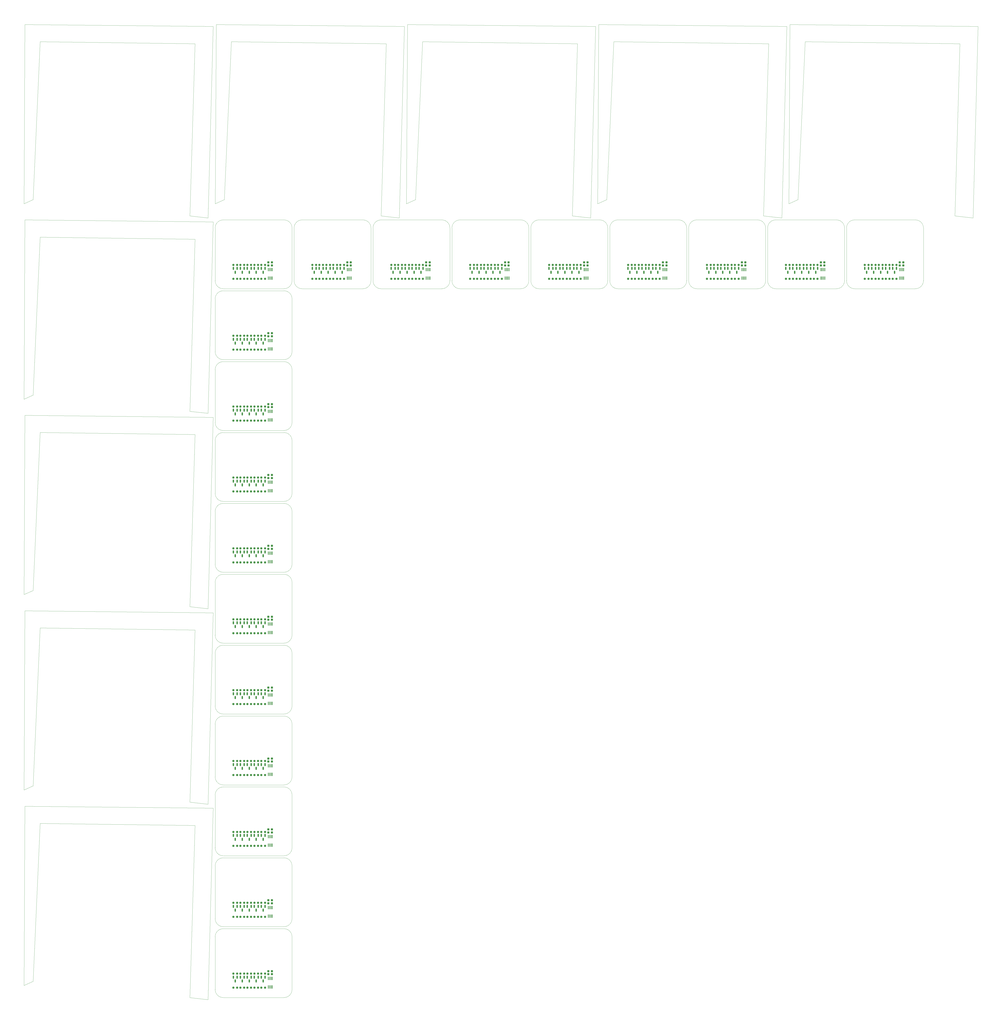
<source format=gbr>
%TF.GenerationSoftware,KiCad,Pcbnew,7.0.6-7.0.6~ubuntu20.04.1*%
%TF.CreationDate,2023-07-11T09:00:34+02:00*%
%TF.ProjectId,output_panel2023-07-11_070008.8206480000,6f757470-7574-45f7-9061-6e656c323032,rev?*%
%TF.SameCoordinates,Original*%
%TF.FileFunction,Paste,Bot*%
%TF.FilePolarity,Positive*%
%FSLAX45Y45*%
G04 Gerber Fmt 4.5, Leading zero omitted, Abs format (unit mm)*
G04 Created by KiCad (PCBNEW 7.0.6-7.0.6~ubuntu20.04.1) date 2023-07-11 09:00:34*
%MOMM*%
%LPD*%
G01*
G04 APERTURE LIST*
G04 Aperture macros list*
%AMRoundRect*
0 Rectangle with rounded corners*
0 $1 Rounding radius*
0 $2 $3 $4 $5 $6 $7 $8 $9 X,Y pos of 4 corners*
0 Add a 4 corners polygon primitive as box body*
4,1,4,$2,$3,$4,$5,$6,$7,$8,$9,$2,$3,0*
0 Add four circle primitives for the rounded corners*
1,1,$1+$1,$2,$3*
1,1,$1+$1,$4,$5*
1,1,$1+$1,$6,$7*
1,1,$1+$1,$8,$9*
0 Add four rect primitives between the rounded corners*
20,1,$1+$1,$2,$3,$4,$5,0*
20,1,$1+$1,$4,$5,$6,$7,0*
20,1,$1+$1,$6,$7,$8,$9,0*
20,1,$1+$1,$8,$9,$2,$3,0*%
G04 Aperture macros list end*
%TA.AperFunction,Profile*%
%ADD10C,0.100000*%
%TD*%
%TA.AperFunction,Profile*%
%ADD11C,0.050000*%
%TD*%
%ADD12RoundRect,0.237500X0.300000X0.237500X-0.300000X0.237500X-0.300000X-0.237500X0.300000X-0.237500X0*%
%ADD13RoundRect,0.237500X-0.250000X-0.237500X0.250000X-0.237500X0.250000X0.237500X-0.250000X0.237500X0*%
%ADD14RoundRect,0.100000X-0.100000X0.712500X-0.100000X-0.712500X0.100000X-0.712500X0.100000X0.712500X0*%
%ADD15RoundRect,0.150000X-0.150000X0.587500X-0.150000X-0.587500X0.150000X-0.587500X0.150000X0.587500X0*%
G04 APERTURE END LIST*
D10*
X36799979Y-12699691D02*
G75*
G03*
X37199982Y-13099691I400001J1D01*
G01*
X32799979Y-10099691D02*
G75*
G03*
X32399982Y-9699691I-399999J1D01*
G01*
D11*
X9149999Y-9599997D02*
X8249999Y-9499997D01*
D10*
X25099979Y-12699691D02*
G75*
G03*
X25499982Y-13099691I400001J1D01*
G01*
X41099982Y-9699692D02*
G75*
G03*
X40699982Y-10099691I-2J-399998D01*
G01*
X9899982Y-44699692D02*
G75*
G03*
X9499982Y-45099691I-2J-399998D01*
G01*
X41099982Y-9699691D02*
X44099982Y-9699691D01*
X13299979Y-10099691D02*
G75*
G03*
X12899982Y-9699691I-399999J1D01*
G01*
D11*
X17699981Y-9499997D02*
X17949981Y-999997D01*
X849999Y-20199380D02*
X499999Y-27999380D01*
D10*
X9899982Y-34199692D02*
G75*
G03*
X9499982Y-34599691I-2J-399998D01*
G01*
D11*
X49999Y-8899997D02*
X99999Y-49997D01*
D10*
X32799982Y-10099691D02*
X32799982Y-12699691D01*
X33299982Y-9699692D02*
G75*
G03*
X32899982Y-10099691I-2J-399998D01*
G01*
D11*
X8499999Y-39598762D02*
X849999Y-39498762D01*
D10*
X21199979Y-12699691D02*
G75*
G03*
X21599982Y-13099691I400001J1D01*
G01*
X9899982Y-13199692D02*
G75*
G03*
X9499982Y-13599691I-2J-399998D01*
G01*
X21599982Y-9699691D02*
X24599982Y-9699691D01*
X37199982Y-9699692D02*
G75*
G03*
X36799982Y-10099691I-2J-399998D01*
G01*
D11*
X19749963Y-899997D02*
X19399963Y-8699997D01*
D10*
X13299982Y-31099691D02*
X13299982Y-33699691D01*
X9899982Y-16699692D02*
G75*
G03*
X9499982Y-17099691I-2J-399998D01*
G01*
X9499982Y-26699691D02*
X9499982Y-24099691D01*
X13299982Y-34599691D02*
X13299982Y-37199691D01*
D11*
X8499999Y-10649688D02*
X849999Y-10549688D01*
X37849926Y-8899997D02*
X37899926Y-49997D01*
X49999Y-47498762D02*
X99999Y-38648762D01*
X27149963Y-9499997D02*
X27399963Y-999997D01*
X18949963Y-8899997D02*
X18999963Y-49997D01*
D10*
X9899982Y-9699692D02*
G75*
G03*
X9499982Y-10099691I-2J-399998D01*
G01*
X28899979Y-10099691D02*
G75*
G03*
X28499982Y-9699691I-399999J1D01*
G01*
X9499979Y-23199691D02*
G75*
G03*
X9899982Y-23599691I400001J1D01*
G01*
D11*
X18849981Y-149997D02*
X18599981Y-9599997D01*
D10*
X17199982Y-10099691D02*
X17199982Y-12699691D01*
D11*
X8249999Y-19149688D02*
X8499999Y-10649688D01*
X9949981Y-8699997D02*
X9499981Y-8899997D01*
X9149999Y-48198762D02*
X8249999Y-48098762D01*
D10*
X17299982Y-12699691D02*
X17299982Y-10099691D01*
X13299982Y-24099691D02*
X13299982Y-26699691D01*
D11*
X47199926Y-149997D02*
X46949926Y-9599997D01*
X9399999Y-149997D02*
X9149999Y-9599997D01*
D10*
X20699982Y-13099691D02*
X17699982Y-13099691D01*
X28499982Y-13099692D02*
G75*
G03*
X28899982Y-12699691I-2J400002D01*
G01*
X12899982Y-16599692D02*
G75*
G03*
X13299982Y-16199691I-2J400002D01*
G01*
X13399979Y-12699691D02*
G75*
G03*
X13799982Y-13099691I400001J1D01*
G01*
X9899982Y-34199691D02*
X12899982Y-34199691D01*
D11*
X8499999Y-20299380D02*
X849999Y-20199380D01*
D10*
X32399982Y-13099691D02*
X29399982Y-13099691D01*
X21599982Y-9699692D02*
G75*
G03*
X21199982Y-10099691I-2J-399998D01*
G01*
D11*
X849999Y-29849071D02*
X499999Y-37649071D01*
D10*
X40699979Y-12699691D02*
G75*
G03*
X41099982Y-13099691I400001J1D01*
G01*
X13299979Y-31099691D02*
G75*
G03*
X12899982Y-30699691I-399999J1D01*
G01*
D11*
X499999Y-8699997D02*
X49999Y-8899997D01*
X49999Y-28199380D02*
X99999Y-19349380D01*
D10*
X25499982Y-9699692D02*
G75*
G03*
X25099982Y-10099691I-2J-399998D01*
G01*
X9499979Y-26699691D02*
G75*
G03*
X9899982Y-27099691I400001J1D01*
G01*
D11*
X499999Y-47298762D02*
X49999Y-47498762D01*
X28849944Y-8699997D02*
X28399944Y-8899997D01*
D10*
X12899982Y-13099692D02*
G75*
G03*
X13299982Y-12699691I-2J400002D01*
G01*
X33299982Y-9699691D02*
X36299982Y-9699691D01*
X16799982Y-13099691D02*
X13799982Y-13099691D01*
X12899982Y-30599692D02*
G75*
G03*
X13299982Y-30199691I-2J400002D01*
G01*
X16799982Y-13099692D02*
G75*
G03*
X17199982Y-12699691I-2J400002D01*
G01*
X12899982Y-27099691D02*
X9899982Y-27099691D01*
X24999979Y-10099691D02*
G75*
G03*
X24599982Y-9699691I-399999J1D01*
G01*
D11*
X499999Y-27999380D02*
X49999Y-28199380D01*
D10*
X12899982Y-23599692D02*
G75*
G03*
X13299982Y-23199691I-2J400002D01*
G01*
D11*
X99999Y-9699688D02*
X9399999Y-9799688D01*
X8499999Y-999997D02*
X849999Y-899997D01*
D10*
X9899982Y-30699692D02*
G75*
G03*
X9499982Y-31099691I-2J-399998D01*
G01*
X9499979Y-30199691D02*
G75*
G03*
X9899982Y-30599691I400001J1D01*
G01*
X9499982Y-47699691D02*
X9499982Y-45099691D01*
D11*
X28049963Y-9599997D02*
X27149963Y-9499997D01*
X9499981Y-8899997D02*
X9549981Y-49997D01*
D10*
X13299979Y-27599691D02*
G75*
G03*
X12899982Y-27199691I-399999J1D01*
G01*
X36699982Y-10099691D02*
X36699982Y-12699691D01*
X9899982Y-23699691D02*
X12899982Y-23699691D01*
X9899982Y-16699691D02*
X12899982Y-16699691D01*
D11*
X849999Y-39498762D02*
X499999Y-47298762D01*
D10*
X13299982Y-41599691D02*
X13299982Y-44199691D01*
X9499979Y-40699691D02*
G75*
G03*
X9899982Y-41099691I400001J1D01*
G01*
X28999982Y-12699691D02*
X28999982Y-10099691D01*
D11*
X29199944Y-899997D02*
X28849944Y-8699997D01*
X8249999Y-28799380D02*
X8499999Y-20299380D01*
D10*
X13299982Y-27599691D02*
X13299982Y-30199691D01*
X44099982Y-13099692D02*
G75*
G03*
X44499982Y-12699691I-2J400002D01*
G01*
D11*
X9399999Y-19449380D02*
X9149999Y-28899380D01*
X9399999Y-9799688D02*
X9149999Y-19249688D01*
D10*
X17199979Y-10099691D02*
G75*
G03*
X16799982Y-9699691I-399999J1D01*
G01*
X9499982Y-16199691D02*
X9499982Y-13599691D01*
X24999982Y-10099691D02*
X24999982Y-12699691D01*
X9499979Y-19699691D02*
G75*
G03*
X9899982Y-20099691I400001J1D01*
G01*
X9499979Y-33699691D02*
G75*
G03*
X9899982Y-34099691I400001J1D01*
G01*
X12899982Y-41099692D02*
G75*
G03*
X13299982Y-40699691I-2J400002D01*
G01*
X37199982Y-9699691D02*
X40199982Y-9699691D01*
D11*
X19399963Y-8699997D02*
X18949963Y-8899997D01*
D10*
X13299979Y-45099691D02*
G75*
G03*
X12899982Y-44699691I-399999J1D01*
G01*
X13299982Y-20599691D02*
X13299982Y-23199691D01*
D11*
X8249999Y-9499997D02*
X8499999Y-999997D01*
D10*
X9499982Y-40699691D02*
X9499982Y-38099691D01*
X9499982Y-44199691D02*
X9499982Y-41599691D01*
X13299979Y-17099691D02*
G75*
G03*
X12899982Y-16699691I-399999J1D01*
G01*
D11*
X99999Y-38648762D02*
X9399999Y-38748762D01*
D10*
X13299982Y-17099691D02*
X13299982Y-19699691D01*
X40199982Y-13099692D02*
G75*
G03*
X40599982Y-12699691I-2J400002D01*
G01*
X13299979Y-38099691D02*
G75*
G03*
X12899982Y-37699691I-399999J1D01*
G01*
X13299979Y-41599691D02*
G75*
G03*
X12899982Y-41199691I-399999J1D01*
G01*
X44099982Y-13099691D02*
X41099982Y-13099691D01*
X40699982Y-12699691D02*
X40699982Y-10099691D01*
X24599982Y-13099692D02*
G75*
G03*
X24999982Y-12699691I-2J400002D01*
G01*
D11*
X28299963Y-149997D02*
X28049963Y-9599997D01*
X49999Y-18549688D02*
X99999Y-9699688D01*
X9399999Y-29099071D02*
X9149999Y-38549071D01*
D10*
X36699979Y-10099691D02*
G75*
G03*
X36299982Y-9699691I-399999J1D01*
G01*
D11*
X849999Y-899997D02*
X499999Y-8699997D01*
D10*
X13299982Y-45099691D02*
X13299982Y-47699691D01*
X12899982Y-48099692D02*
G75*
G03*
X13299982Y-47699691I-2J400002D01*
G01*
X9499979Y-44199691D02*
G75*
G03*
X9899982Y-44599691I400001J1D01*
G01*
X28899982Y-10099691D02*
X28899982Y-12699691D01*
X13299982Y-38099691D02*
X13299982Y-40699691D01*
D11*
X28399944Y-8899997D02*
X28449944Y-49997D01*
D10*
X9899982Y-44699691D02*
X12899982Y-44699691D01*
D11*
X36849944Y-999997D02*
X29199944Y-899997D01*
D10*
X44499979Y-10099691D02*
G75*
G03*
X44099982Y-9699691I-399999J1D01*
G01*
X21099982Y-10099691D02*
X21099982Y-12699691D01*
D11*
X18599981Y-9599997D02*
X17699981Y-9499997D01*
D10*
X9499982Y-37199691D02*
X9499982Y-34599691D01*
X25499982Y-9699691D02*
X28499982Y-9699691D01*
X9899982Y-20199691D02*
X12899982Y-20199691D01*
X9499979Y-37199691D02*
G75*
G03*
X9899982Y-37599691I400001J1D01*
G01*
D11*
X46049926Y-9499997D02*
X46299926Y-999997D01*
X37499944Y-9599997D02*
X36599944Y-9499997D01*
D10*
X9899982Y-37699691D02*
X12899982Y-37699691D01*
X13299979Y-34599691D02*
G75*
G03*
X12899982Y-34199691I-399999J1D01*
G01*
X29399982Y-9699692D02*
G75*
G03*
X28999982Y-10099691I-2J-399998D01*
G01*
X28499982Y-13099691D02*
X25499982Y-13099691D01*
X20699982Y-13099692D02*
G75*
G03*
X21099982Y-12699691I-2J400002D01*
G01*
X12899982Y-37599691D02*
X9899982Y-37599691D01*
X12899982Y-16599691D02*
X9899982Y-16599691D01*
X13399982Y-12699691D02*
X13399982Y-10099691D01*
D11*
X18999963Y-49997D02*
X28299963Y-149997D01*
X8499999Y-29949071D02*
X849999Y-29849071D01*
D10*
X9499979Y-47699691D02*
G75*
G03*
X9899982Y-48099691I400001J1D01*
G01*
X9499979Y-16199691D02*
G75*
G03*
X9899982Y-16599691I400001J1D01*
G01*
D11*
X499999Y-37649071D02*
X49999Y-37849071D01*
D10*
X32899982Y-12699691D02*
X32899982Y-10099691D01*
D11*
X28449944Y-49997D02*
X37749944Y-149997D01*
X8249999Y-38449071D02*
X8499999Y-29949071D01*
D10*
X9499979Y-12699691D02*
G75*
G03*
X9899982Y-13099691I400001J1D01*
G01*
D11*
X9149999Y-19249688D02*
X8249999Y-19149688D01*
D10*
X9899982Y-41199692D02*
G75*
G03*
X9499982Y-41599691I-2J-399998D01*
G01*
X13299982Y-10099691D02*
X13299982Y-12699691D01*
X24599982Y-13099691D02*
X21599982Y-13099691D01*
D11*
X9399999Y-38748762D02*
X9149999Y-48198762D01*
X37749944Y-149997D02*
X37499944Y-9599997D01*
D10*
X9499982Y-23199691D02*
X9499982Y-20599691D01*
D11*
X46299926Y-999997D02*
X38649926Y-899997D01*
X38299926Y-8699997D02*
X37849926Y-8899997D01*
D10*
X9499982Y-19699691D02*
X9499982Y-17099691D01*
X12899982Y-41099691D02*
X9899982Y-41099691D01*
X9499982Y-30199691D02*
X9499982Y-27599691D01*
D11*
X99999Y-19349380D02*
X9399999Y-19449380D01*
D10*
X13299979Y-24099691D02*
G75*
G03*
X12899982Y-23699691I-399999J1D01*
G01*
D11*
X499999Y-18349688D02*
X49999Y-18549688D01*
X849999Y-10549688D02*
X499999Y-18349688D01*
D10*
X9899982Y-20199692D02*
G75*
G03*
X9499982Y-20599691I-2J-399998D01*
G01*
X36299982Y-13099691D02*
X33299982Y-13099691D01*
X40599982Y-10099691D02*
X40599982Y-12699691D01*
D11*
X10299981Y-899997D02*
X9949981Y-8699997D01*
D10*
X28999979Y-12699691D02*
G75*
G03*
X29399982Y-13099691I400001J1D01*
G01*
X9899982Y-9699691D02*
X12899982Y-9699691D01*
X17699982Y-9699691D02*
X20699982Y-9699691D01*
X17699982Y-9699692D02*
G75*
G03*
X17299982Y-10099691I-2J-399998D01*
G01*
X13799982Y-9699691D02*
X16799982Y-9699691D01*
X12899982Y-44599691D02*
X9899982Y-44599691D01*
D11*
X9149999Y-38549071D02*
X8249999Y-38449071D01*
D10*
X12899982Y-27099692D02*
G75*
G03*
X13299982Y-26699691I-2J400002D01*
G01*
X13299979Y-13599691D02*
G75*
G03*
X12899982Y-13199691I-399999J1D01*
G01*
D11*
X49999Y-37849071D02*
X99999Y-28999071D01*
X27399963Y-999997D02*
X19749963Y-899997D01*
D10*
X9899982Y-41199691D02*
X12899982Y-41199691D01*
X12899982Y-34099692D02*
G75*
G03*
X13299982Y-33699691I-2J400002D01*
G01*
D11*
X99999Y-49997D02*
X9399999Y-149997D01*
D10*
X9899982Y-27199692D02*
G75*
G03*
X9499982Y-27599691I-2J-399998D01*
G01*
X12899982Y-23599691D02*
X9899982Y-23599691D01*
X40599979Y-10099691D02*
G75*
G03*
X40199982Y-9699691I-399999J1D01*
G01*
D11*
X17949981Y-999997D02*
X10299981Y-899997D01*
D10*
X9899982Y-13199691D02*
X12899982Y-13199691D01*
X9899982Y-30699691D02*
X12899982Y-30699691D01*
X12899982Y-30599691D02*
X9899982Y-30599691D01*
D11*
X99999Y-28999071D02*
X9399999Y-29099071D01*
D10*
X12899982Y-13099691D02*
X9899982Y-13099691D01*
D11*
X9149999Y-28899380D02*
X8249999Y-28799380D01*
X38649926Y-899997D02*
X38299926Y-8699997D01*
D10*
X9899982Y-23699692D02*
G75*
G03*
X9499982Y-24099691I-2J-399998D01*
G01*
X21099979Y-10099691D02*
G75*
G03*
X20699982Y-9699691I-399999J1D01*
G01*
X36799982Y-12699691D02*
X36799982Y-10099691D01*
X13799982Y-9699692D02*
G75*
G03*
X13399982Y-10099691I-2J-399998D01*
G01*
X9899982Y-37699692D02*
G75*
G03*
X9499982Y-38099691I-2J-399998D01*
G01*
X12899982Y-44599692D02*
G75*
G03*
X13299982Y-44199691I-2J400002D01*
G01*
X29399982Y-9699691D02*
X32399982Y-9699691D01*
X17299979Y-12699691D02*
G75*
G03*
X17699982Y-13099691I400001J1D01*
G01*
D11*
X46949926Y-9599997D02*
X46049926Y-9499997D01*
D10*
X12899982Y-20099691D02*
X9899982Y-20099691D01*
X9899982Y-27199691D02*
X12899982Y-27199691D01*
X12899982Y-20099692D02*
G75*
G03*
X13299982Y-19699691I-2J400002D01*
G01*
X9499982Y-12699691D02*
X9499982Y-10099691D01*
X12899982Y-34099691D02*
X9899982Y-34099691D01*
X25099982Y-12699691D02*
X25099982Y-10099691D01*
X21199982Y-12699691D02*
X21199982Y-10099691D01*
X13299979Y-20599691D02*
G75*
G03*
X12899982Y-20199691I-399999J1D01*
G01*
D11*
X36599944Y-9499997D02*
X36849944Y-999997D01*
X9549981Y-49997D02*
X18849981Y-149997D01*
D10*
X12899982Y-48099691D02*
X9899982Y-48099691D01*
X9499982Y-33699691D02*
X9499982Y-31099691D01*
D11*
X8249999Y-48098762D02*
X8499999Y-39598762D01*
D10*
X44499982Y-10099691D02*
X44499982Y-12699691D01*
X36299982Y-13099692D02*
G75*
G03*
X36699982Y-12699691I-2J400002D01*
G01*
X32399982Y-13099692D02*
G75*
G03*
X32799982Y-12699691I-2J400002D01*
G01*
X12899982Y-37599692D02*
G75*
G03*
X13299982Y-37199691I-2J400002D01*
G01*
X32899979Y-12699691D02*
G75*
G03*
X33299982Y-13099691I400001J1D01*
G01*
D11*
X37899926Y-49997D02*
X47199926Y-149997D01*
D10*
X13299982Y-13599691D02*
X13299982Y-16199691D01*
X40199982Y-13099691D02*
X37199982Y-13099691D01*
D12*
X39601232Y-11944691D03*
X39428732Y-11944691D03*
D13*
X11438732Y-32919691D03*
X11621232Y-32919691D03*
X19583732Y-12609691D03*
X19766232Y-12609691D03*
X15683732Y-11919691D03*
X15866232Y-11919691D03*
X11783732Y-25919691D03*
X11966232Y-25919691D03*
D14*
X12128732Y-15653441D03*
X12193732Y-15653441D03*
X12258732Y-15653441D03*
X12323732Y-15653441D03*
X12323732Y-16075941D03*
X12258732Y-16075941D03*
X12193732Y-16075941D03*
X12128732Y-16075941D03*
D13*
X11093732Y-16109691D03*
X11276232Y-16109691D03*
D15*
X34144982Y-12095941D03*
X34334982Y-12095941D03*
X34239982Y-12283441D03*
D12*
X12301232Y-25944691D03*
X12128732Y-25944691D03*
D13*
X10748732Y-33609691D03*
X10931232Y-33609691D03*
X11783732Y-32919691D03*
X11966232Y-32919691D03*
X29903732Y-11919691D03*
X30086232Y-11919691D03*
D15*
X10744982Y-29595941D03*
X10934982Y-29595941D03*
X10839982Y-29783441D03*
D13*
X10403732Y-18919691D03*
X10586232Y-18919691D03*
D15*
X10399982Y-12095941D03*
X10589982Y-12095941D03*
X10494982Y-12283441D03*
X22099982Y-12095941D03*
X22289982Y-12095941D03*
X22194982Y-12283441D03*
D13*
X30593732Y-12609691D03*
X30776232Y-12609691D03*
D15*
X11779982Y-19095941D03*
X11969982Y-19095941D03*
X11874982Y-19283441D03*
D12*
X12301232Y-25794691D03*
X12128732Y-25794691D03*
X39601232Y-11794691D03*
X39428732Y-11794691D03*
D13*
X22103732Y-11919691D03*
X22286232Y-11919691D03*
D15*
X10399982Y-33095941D03*
X10589982Y-33095941D03*
X10494982Y-33283441D03*
D12*
X12301232Y-18944691D03*
X12128732Y-18944691D03*
D14*
X12128732Y-26153441D03*
X12193732Y-26153441D03*
X12258732Y-26153441D03*
X12323732Y-26153441D03*
X12323732Y-26575941D03*
X12258732Y-26575941D03*
X12193732Y-26575941D03*
X12128732Y-26575941D03*
D15*
X35179982Y-12095941D03*
X35369982Y-12095941D03*
X35274982Y-12283441D03*
D13*
X11783732Y-37109691D03*
X11966232Y-37109691D03*
D15*
X11089982Y-36595941D03*
X11279982Y-36595941D03*
X11184982Y-36783441D03*
X11434982Y-22595941D03*
X11624982Y-22595941D03*
X11529982Y-22783441D03*
X11434982Y-43595941D03*
X11624982Y-43595941D03*
X11529982Y-43783441D03*
D13*
X11093732Y-46919691D03*
X11276232Y-46919691D03*
D15*
X11779982Y-47095941D03*
X11969982Y-47095941D03*
X11874982Y-47283441D03*
D13*
X10748732Y-43419691D03*
X10931232Y-43419691D03*
D15*
X10744982Y-19095941D03*
X10934982Y-19095941D03*
X10839982Y-19283441D03*
D13*
X11438732Y-23109691D03*
X11621232Y-23109691D03*
X10403732Y-12609691D03*
X10586232Y-12609691D03*
D15*
X42289982Y-12095941D03*
X42479982Y-12095941D03*
X42384982Y-12283441D03*
X11089982Y-47095941D03*
X11279982Y-47095941D03*
X11184982Y-47283441D03*
D13*
X42293732Y-11919691D03*
X42476232Y-11919691D03*
X19238732Y-12609691D03*
X19421232Y-12609691D03*
D12*
X12301232Y-46944691D03*
X12128732Y-46944691D03*
D13*
X10403732Y-22419691D03*
X10586232Y-22419691D03*
X37703732Y-12609691D03*
X37886232Y-12609691D03*
D14*
X43328732Y-12153441D03*
X43393732Y-12153441D03*
X43458732Y-12153441D03*
X43523732Y-12153441D03*
X43523732Y-12575941D03*
X43458732Y-12575941D03*
X43393732Y-12575941D03*
X43328732Y-12575941D03*
D13*
X10403732Y-23109691D03*
X10586232Y-23109691D03*
X11438732Y-29419691D03*
X11621232Y-29419691D03*
X10748732Y-47609691D03*
X10931232Y-47609691D03*
D14*
X12128732Y-29653441D03*
X12193732Y-29653441D03*
X12258732Y-29653441D03*
X12323732Y-29653441D03*
X12323732Y-30075941D03*
X12258732Y-30075941D03*
X12193732Y-30075941D03*
X12128732Y-30075941D03*
D15*
X14299982Y-12095941D03*
X14489982Y-12095941D03*
X14394982Y-12283441D03*
X27379982Y-12095941D03*
X27569982Y-12095941D03*
X27474982Y-12283441D03*
D13*
X42983732Y-11919691D03*
X43166232Y-11919691D03*
X11438732Y-30109691D03*
X11621232Y-30109691D03*
X10403732Y-33609691D03*
X10586232Y-33609691D03*
X11438732Y-39919691D03*
X11621232Y-39919691D03*
D15*
X10744982Y-43595941D03*
X10934982Y-43595941D03*
X10839982Y-43783441D03*
X41944982Y-12095941D03*
X42134982Y-12095941D03*
X42039982Y-12283441D03*
D12*
X12301232Y-36294691D03*
X12128732Y-36294691D03*
D13*
X10748732Y-32919691D03*
X10931232Y-32919691D03*
D15*
X33799982Y-12095941D03*
X33989982Y-12095941D03*
X33894982Y-12283441D03*
X19579982Y-12095941D03*
X19769982Y-12095941D03*
X19674982Y-12283441D03*
D13*
X14648732Y-12609691D03*
X14831232Y-12609691D03*
D15*
X31279982Y-12095941D03*
X31469982Y-12095941D03*
X31374982Y-12283441D03*
X11089982Y-33095941D03*
X11279982Y-33095941D03*
X11184982Y-33283441D03*
D14*
X12128732Y-47153441D03*
X12193732Y-47153441D03*
X12258732Y-47153441D03*
X12323732Y-47153441D03*
X12323732Y-47575941D03*
X12258732Y-47575941D03*
X12193732Y-47575941D03*
X12128732Y-47575941D03*
D15*
X11434982Y-12095941D03*
X11624982Y-12095941D03*
X11529982Y-12283441D03*
D14*
X12128732Y-22653441D03*
X12193732Y-22653441D03*
X12258732Y-22653441D03*
X12323732Y-22653441D03*
X12323732Y-23075941D03*
X12258732Y-23075941D03*
X12193732Y-23075941D03*
X12128732Y-23075941D03*
X12128732Y-12153441D03*
X12193732Y-12153441D03*
X12258732Y-12153441D03*
X12323732Y-12153441D03*
X12323732Y-12575941D03*
X12258732Y-12575941D03*
X12193732Y-12575941D03*
X12128732Y-12575941D03*
D13*
X14993732Y-12609691D03*
X15176232Y-12609691D03*
X30248732Y-12609691D03*
X30431232Y-12609691D03*
X11783732Y-19609691D03*
X11966232Y-19609691D03*
D12*
X31801232Y-11794691D03*
X31628732Y-11794691D03*
D13*
X11783732Y-33609691D03*
X11966232Y-33609691D03*
D15*
X11779982Y-36595941D03*
X11969982Y-36595941D03*
X11874982Y-36783441D03*
D13*
X10403732Y-39919691D03*
X10586232Y-39919691D03*
X10748732Y-44109691D03*
X10931232Y-44109691D03*
X18548732Y-11919691D03*
X18731232Y-11919691D03*
D12*
X12301232Y-32944691D03*
X12128732Y-32944691D03*
D13*
X31283732Y-12609691D03*
X31466232Y-12609691D03*
D15*
X18889982Y-12095941D03*
X19079982Y-12095941D03*
X18984982Y-12283441D03*
D13*
X10403732Y-43419691D03*
X10586232Y-43419691D03*
X18548732Y-12609691D03*
X18731232Y-12609691D03*
X41948732Y-11919691D03*
X42131232Y-11919691D03*
D15*
X10399982Y-47095941D03*
X10589982Y-47095941D03*
X10494982Y-47283441D03*
D13*
X10748732Y-30109691D03*
X10931232Y-30109691D03*
X38048732Y-11919691D03*
X38231232Y-11919691D03*
D15*
X10744982Y-12095941D03*
X10934982Y-12095941D03*
X10839982Y-12283441D03*
D12*
X12301232Y-15294691D03*
X12128732Y-15294691D03*
D15*
X11779982Y-33095941D03*
X11969982Y-33095941D03*
X11874982Y-33283441D03*
D12*
X12301232Y-32794691D03*
X12128732Y-32794691D03*
D15*
X18544982Y-12095941D03*
X18734982Y-12095941D03*
X18639982Y-12283441D03*
D13*
X11783732Y-23109691D03*
X11966232Y-23109691D03*
X41948732Y-12609691D03*
X42131232Y-12609691D03*
X10403732Y-25919691D03*
X10586232Y-25919691D03*
D12*
X12301232Y-29444691D03*
X12128732Y-29444691D03*
X12301232Y-43294691D03*
X12128732Y-43294691D03*
D13*
X34493732Y-11919691D03*
X34676232Y-11919691D03*
X11438732Y-22419691D03*
X11621232Y-22419691D03*
X11438732Y-44109691D03*
X11621232Y-44109691D03*
D14*
X12128732Y-43653441D03*
X12193732Y-43653441D03*
X12258732Y-43653441D03*
X12323732Y-43653441D03*
X12323732Y-44075941D03*
X12258732Y-44075941D03*
X12193732Y-44075941D03*
X12128732Y-44075941D03*
D15*
X30589982Y-12095941D03*
X30779982Y-12095941D03*
X30684982Y-12283441D03*
D13*
X10748732Y-29419691D03*
X10931232Y-29419691D03*
X27038732Y-12609691D03*
X27221232Y-12609691D03*
D12*
X12301232Y-29294691D03*
X12128732Y-29294691D03*
D13*
X19583732Y-11919691D03*
X19766232Y-11919691D03*
D15*
X29899982Y-12095941D03*
X30089982Y-12095941D03*
X29994982Y-12283441D03*
D13*
X10403732Y-15419691D03*
X10586232Y-15419691D03*
X11783732Y-29419691D03*
X11966232Y-29419691D03*
X26693732Y-12609691D03*
X26876232Y-12609691D03*
X42638732Y-11919691D03*
X42821232Y-11919691D03*
X41603732Y-11919691D03*
X41786232Y-11919691D03*
D15*
X10399982Y-15595941D03*
X10589982Y-15595941D03*
X10494982Y-15783441D03*
X10399982Y-19095941D03*
X10589982Y-19095941D03*
X10494982Y-19283441D03*
X11434982Y-26095941D03*
X11624982Y-26095941D03*
X11529982Y-26283441D03*
D13*
X11783732Y-30109691D03*
X11966232Y-30109691D03*
X34148732Y-12609691D03*
X34331232Y-12609691D03*
X10748732Y-16109691D03*
X10931232Y-16109691D03*
X10403732Y-16109691D03*
X10586232Y-16109691D03*
D12*
X20101232Y-11794691D03*
X19928732Y-11794691D03*
D15*
X22444982Y-12095941D03*
X22634982Y-12095941D03*
X22539982Y-12283441D03*
D13*
X22448732Y-11919691D03*
X22631232Y-11919691D03*
X11438732Y-40609691D03*
X11621232Y-40609691D03*
D15*
X10399982Y-36595941D03*
X10589982Y-36595941D03*
X10494982Y-36783441D03*
D13*
X33803732Y-12609691D03*
X33986232Y-12609691D03*
X18893732Y-11919691D03*
X19076232Y-11919691D03*
D14*
X12128732Y-19153441D03*
X12193732Y-19153441D03*
X12258732Y-19153441D03*
X12323732Y-19153441D03*
X12323732Y-19575941D03*
X12258732Y-19575941D03*
X12193732Y-19575941D03*
X12128732Y-19575941D03*
D13*
X11438732Y-33609691D03*
X11621232Y-33609691D03*
D15*
X11434982Y-36595941D03*
X11624982Y-36595941D03*
X11529982Y-36783441D03*
X10744982Y-47095941D03*
X10934982Y-47095941D03*
X10839982Y-47283441D03*
D13*
X18203732Y-11919691D03*
X18386232Y-11919691D03*
X34148732Y-11919691D03*
X34331232Y-11919691D03*
X15338732Y-12609691D03*
X15521232Y-12609691D03*
X11093732Y-29419691D03*
X11276232Y-29419691D03*
D15*
X25999982Y-12095941D03*
X26189982Y-12095941D03*
X26094982Y-12283441D03*
D12*
X12301232Y-36444691D03*
X12128732Y-36444691D03*
X12301232Y-43444691D03*
X12128732Y-43444691D03*
D13*
X11438732Y-26609691D03*
X11621232Y-26609691D03*
D15*
X10744982Y-40095941D03*
X10934982Y-40095941D03*
X10839982Y-40283441D03*
X14644982Y-12095941D03*
X14834982Y-12095941D03*
X14739982Y-12283441D03*
D13*
X11093732Y-40609691D03*
X11276232Y-40609691D03*
D15*
X10399982Y-43595941D03*
X10589982Y-43595941D03*
X10494982Y-43783441D03*
X15679982Y-12095941D03*
X15869982Y-12095941D03*
X15774982Y-12283441D03*
D13*
X23483732Y-11919691D03*
X23666232Y-11919691D03*
D12*
X43501232Y-11794691D03*
X43328732Y-11794691D03*
D15*
X42979982Y-12095941D03*
X43169982Y-12095941D03*
X43074982Y-12283441D03*
X11089982Y-22595941D03*
X11279982Y-22595941D03*
X11184982Y-22783441D03*
X11089982Y-12095941D03*
X11279982Y-12095941D03*
X11184982Y-12283441D03*
D12*
X27901232Y-11794691D03*
X27728732Y-11794691D03*
D13*
X26693732Y-11919691D03*
X26876232Y-11919691D03*
X11783732Y-36419691D03*
X11966232Y-36419691D03*
X42983732Y-12609691D03*
X43166232Y-12609691D03*
X10403732Y-46919691D03*
X10586232Y-46919691D03*
D15*
X11779982Y-40095941D03*
X11969982Y-40095941D03*
X11874982Y-40283441D03*
D13*
X11783732Y-12609691D03*
X11966232Y-12609691D03*
X11093732Y-15419691D03*
X11276232Y-15419691D03*
D15*
X10744982Y-33095941D03*
X10934982Y-33095941D03*
X10839982Y-33283441D03*
D14*
X35528732Y-12153441D03*
X35593732Y-12153441D03*
X35658732Y-12153441D03*
X35723732Y-12153441D03*
X35723732Y-12575941D03*
X35658732Y-12575941D03*
X35593732Y-12575941D03*
X35528732Y-12575941D03*
D13*
X30938732Y-12609691D03*
X31121232Y-12609691D03*
X11783732Y-46919691D03*
X11966232Y-46919691D03*
X11783732Y-18919691D03*
X11966232Y-18919691D03*
X10403732Y-44109691D03*
X10586232Y-44109691D03*
D15*
X11434982Y-19095941D03*
X11624982Y-19095941D03*
X11529982Y-19283441D03*
X11089982Y-19095941D03*
X11279982Y-19095941D03*
X11184982Y-19283441D03*
D13*
X11093732Y-47609691D03*
X11276232Y-47609691D03*
X10748732Y-40609691D03*
X10931232Y-40609691D03*
D15*
X22789982Y-12095941D03*
X22979982Y-12095941D03*
X22884982Y-12283441D03*
X19234982Y-12095941D03*
X19424982Y-12095941D03*
X19329982Y-12283441D03*
D13*
X26348732Y-11919691D03*
X26531232Y-11919691D03*
X11438732Y-11919691D03*
X11621232Y-11919691D03*
D12*
X12301232Y-39794691D03*
X12128732Y-39794691D03*
D13*
X11783732Y-26609691D03*
X11966232Y-26609691D03*
D12*
X12301232Y-22294691D03*
X12128732Y-22294691D03*
D14*
X39428732Y-12153441D03*
X39493732Y-12153441D03*
X39558732Y-12153441D03*
X39623732Y-12153441D03*
X39623732Y-12575941D03*
X39558732Y-12575941D03*
X39493732Y-12575941D03*
X39428732Y-12575941D03*
D15*
X41599982Y-12095941D03*
X41789982Y-12095941D03*
X41694982Y-12283441D03*
D14*
X16028732Y-12153441D03*
X16093732Y-12153441D03*
X16158732Y-12153441D03*
X16223732Y-12153441D03*
X16223732Y-12575941D03*
X16158732Y-12575941D03*
X16093732Y-12575941D03*
X16028732Y-12575941D03*
D13*
X39083732Y-11919691D03*
X39266232Y-11919691D03*
D15*
X11089982Y-40095941D03*
X11279982Y-40095941D03*
X11184982Y-40283441D03*
D13*
X11093732Y-25919691D03*
X11276232Y-25919691D03*
D14*
X12128732Y-33153441D03*
X12193732Y-33153441D03*
X12258732Y-33153441D03*
X12323732Y-33153441D03*
X12323732Y-33575941D03*
X12258732Y-33575941D03*
X12193732Y-33575941D03*
X12128732Y-33575941D03*
D13*
X42638732Y-12609691D03*
X42821232Y-12609691D03*
X18203732Y-12609691D03*
X18386232Y-12609691D03*
D12*
X20101232Y-11944691D03*
X19928732Y-11944691D03*
D13*
X10748732Y-37109691D03*
X10931232Y-37109691D03*
D15*
X11089982Y-43595941D03*
X11279982Y-43595941D03*
X11184982Y-43783441D03*
D13*
X38048732Y-12609691D03*
X38231232Y-12609691D03*
X22103732Y-12609691D03*
X22286232Y-12609691D03*
D12*
X12301232Y-18794691D03*
X12128732Y-18794691D03*
D13*
X11438732Y-15419691D03*
X11621232Y-15419691D03*
X38393732Y-12609691D03*
X38576232Y-12609691D03*
X22793732Y-11919691D03*
X22976232Y-11919691D03*
D15*
X10399982Y-26095941D03*
X10589982Y-26095941D03*
X10494982Y-26283441D03*
D14*
X12128732Y-36653441D03*
X12193732Y-36653441D03*
X12258732Y-36653441D03*
X12323732Y-36653441D03*
X12323732Y-37075941D03*
X12258732Y-37075941D03*
X12193732Y-37075941D03*
X12128732Y-37075941D03*
D13*
X11093732Y-23109691D03*
X11276232Y-23109691D03*
X11438732Y-18919691D03*
X11621232Y-18919691D03*
D15*
X38044982Y-12095941D03*
X38234982Y-12095941D03*
X38139982Y-12283441D03*
D12*
X24001232Y-11794691D03*
X23828732Y-11794691D03*
D13*
X27038732Y-11919691D03*
X27221232Y-11919691D03*
X26003732Y-11919691D03*
X26186232Y-11919691D03*
X23483732Y-12609691D03*
X23666232Y-12609691D03*
X11438732Y-37109691D03*
X11621232Y-37109691D03*
X10748732Y-18919691D03*
X10931232Y-18919691D03*
D15*
X11779982Y-12095941D03*
X11969982Y-12095941D03*
X11874982Y-12283441D03*
D13*
X11783732Y-44109691D03*
X11966232Y-44109691D03*
D14*
X23828732Y-12153441D03*
X23893732Y-12153441D03*
X23958732Y-12153441D03*
X24023732Y-12153441D03*
X24023732Y-12575941D03*
X23958732Y-12575941D03*
X23893732Y-12575941D03*
X23828732Y-12575941D03*
D13*
X34838732Y-11919691D03*
X35021232Y-11919691D03*
X11438732Y-16109691D03*
X11621232Y-16109691D03*
X10403732Y-36419691D03*
X10586232Y-36419691D03*
X10403732Y-47609691D03*
X10586232Y-47609691D03*
X11093732Y-37109691D03*
X11276232Y-37109691D03*
X11438732Y-43419691D03*
X11621232Y-43419691D03*
X10403732Y-11919691D03*
X10586232Y-11919691D03*
D15*
X42634982Y-12095941D03*
X42824982Y-12095941D03*
X42729982Y-12283441D03*
D13*
X10403732Y-40609691D03*
X10586232Y-40609691D03*
D12*
X24001232Y-11944691D03*
X23828732Y-11944691D03*
D13*
X23138732Y-12609691D03*
X23321232Y-12609691D03*
X11093732Y-32919691D03*
X11276232Y-32919691D03*
D14*
X27728732Y-12153441D03*
X27793732Y-12153441D03*
X27858732Y-12153441D03*
X27923732Y-12153441D03*
X27923732Y-12575941D03*
X27858732Y-12575941D03*
X27793732Y-12575941D03*
X27728732Y-12575941D03*
D15*
X14989982Y-12095941D03*
X15179982Y-12095941D03*
X15084982Y-12283441D03*
D13*
X10748732Y-46919691D03*
X10931232Y-46919691D03*
X11093732Y-39919691D03*
X11276232Y-39919691D03*
X31283732Y-11919691D03*
X31466232Y-11919691D03*
X27383732Y-12609691D03*
X27566232Y-12609691D03*
X22448732Y-12609691D03*
X22631232Y-12609691D03*
D15*
X37699982Y-12095941D03*
X37889982Y-12095941D03*
X37794982Y-12283441D03*
D12*
X12301232Y-15444691D03*
X12128732Y-15444691D03*
D13*
X11093732Y-19609691D03*
X11276232Y-19609691D03*
D15*
X10744982Y-15595941D03*
X10934982Y-15595941D03*
X10839982Y-15783441D03*
D13*
X14303732Y-11919691D03*
X14486232Y-11919691D03*
X38393732Y-11919691D03*
X38576232Y-11919691D03*
X11093732Y-18919691D03*
X11276232Y-18919691D03*
D15*
X30244982Y-12095941D03*
X30434982Y-12095941D03*
X30339982Y-12283441D03*
D13*
X11093732Y-22419691D03*
X11276232Y-22419691D03*
X11438732Y-25919691D03*
X11621232Y-25919691D03*
X10748732Y-39919691D03*
X10931232Y-39919691D03*
D12*
X16201232Y-11794691D03*
X16028732Y-11794691D03*
D13*
X10748732Y-11919691D03*
X10931232Y-11919691D03*
X26003732Y-12609691D03*
X26186232Y-12609691D03*
X38738732Y-11919691D03*
X38921232Y-11919691D03*
X11438732Y-12609691D03*
X11621232Y-12609691D03*
D12*
X12301232Y-22444691D03*
X12128732Y-22444691D03*
X12301232Y-46794691D03*
X12128732Y-46794691D03*
D15*
X34489982Y-12095941D03*
X34679982Y-12095941D03*
X34584982Y-12283441D03*
D12*
X12301232Y-39944691D03*
X12128732Y-39944691D03*
D13*
X30593732Y-11919691D03*
X30776232Y-11919691D03*
X11438732Y-19609691D03*
X11621232Y-19609691D03*
D15*
X26689982Y-12095941D03*
X26879982Y-12095941D03*
X26784982Y-12283441D03*
X11779982Y-15595941D03*
X11969982Y-15595941D03*
X11874982Y-15783441D03*
X23479982Y-12095941D03*
X23669982Y-12095941D03*
X23574982Y-12283441D03*
D13*
X10403732Y-19609691D03*
X10586232Y-19609691D03*
X30938732Y-11919691D03*
X31121232Y-11919691D03*
X11783732Y-39919691D03*
X11966232Y-39919691D03*
X33803732Y-11919691D03*
X33986232Y-11919691D03*
X35183732Y-11919691D03*
X35366232Y-11919691D03*
D12*
X12301232Y-11794691D03*
X12128732Y-11794691D03*
D13*
X10748732Y-23109691D03*
X10931232Y-23109691D03*
X38738732Y-12609691D03*
X38921232Y-12609691D03*
D15*
X34834982Y-12095941D03*
X35024982Y-12095941D03*
X34929982Y-12283441D03*
X10399982Y-40095941D03*
X10589982Y-40095941D03*
X10494982Y-40283441D03*
X11434982Y-33095941D03*
X11624982Y-33095941D03*
X11529982Y-33283441D03*
X26344982Y-12095941D03*
X26534982Y-12095941D03*
X26439982Y-12283441D03*
X11434982Y-29595941D03*
X11624982Y-29595941D03*
X11529982Y-29783441D03*
X39079982Y-12095941D03*
X39269982Y-12095941D03*
X39174982Y-12283441D03*
D13*
X11783732Y-43419691D03*
X11966232Y-43419691D03*
D15*
X11089982Y-29595941D03*
X11279982Y-29595941D03*
X11184982Y-29783441D03*
D13*
X19238732Y-11919691D03*
X19421232Y-11919691D03*
X23138732Y-11919691D03*
X23321232Y-11919691D03*
D15*
X38389982Y-12095941D03*
X38579982Y-12095941D03*
X38484982Y-12283441D03*
D12*
X27901232Y-11944691D03*
X27728732Y-11944691D03*
D13*
X10748732Y-26609691D03*
X10931232Y-26609691D03*
X11783732Y-11919691D03*
X11966232Y-11919691D03*
X10403732Y-29419691D03*
X10586232Y-29419691D03*
X11783732Y-47609691D03*
X11966232Y-47609691D03*
X11783732Y-40609691D03*
X11966232Y-40609691D03*
X11438732Y-47609691D03*
X11621232Y-47609691D03*
D14*
X19928732Y-12153441D03*
X19993732Y-12153441D03*
X20058732Y-12153441D03*
X20123732Y-12153441D03*
X20123732Y-12575941D03*
X20058732Y-12575941D03*
X19993732Y-12575941D03*
X19928732Y-12575941D03*
D13*
X11093732Y-11919691D03*
X11276232Y-11919691D03*
D15*
X10399982Y-22595941D03*
X10589982Y-22595941D03*
X10494982Y-22783441D03*
D12*
X12301232Y-11944691D03*
X12128732Y-11944691D03*
D15*
X10744982Y-22595941D03*
X10934982Y-22595941D03*
X10839982Y-22783441D03*
D13*
X30248732Y-11919691D03*
X30431232Y-11919691D03*
D12*
X35701232Y-11944691D03*
X35528732Y-11944691D03*
D13*
X11783732Y-16109691D03*
X11966232Y-16109691D03*
D15*
X27034982Y-12095941D03*
X27224982Y-12095941D03*
X27129982Y-12283441D03*
D13*
X34493732Y-12609691D03*
X34676232Y-12609691D03*
X42293732Y-12609691D03*
X42476232Y-12609691D03*
X41603732Y-12609691D03*
X41786232Y-12609691D03*
X10748732Y-19609691D03*
X10931232Y-19609691D03*
D15*
X11779982Y-22595941D03*
X11969982Y-22595941D03*
X11874982Y-22783441D03*
X30934982Y-12095941D03*
X31124982Y-12095941D03*
X31029982Y-12283441D03*
D13*
X11093732Y-33609691D03*
X11276232Y-33609691D03*
X15338732Y-11919691D03*
X15521232Y-11919691D03*
D15*
X38734982Y-12095941D03*
X38924982Y-12095941D03*
X38829982Y-12283441D03*
D12*
X31801232Y-11944691D03*
X31628732Y-11944691D03*
D13*
X14303732Y-12609691D03*
X14486232Y-12609691D03*
X11093732Y-26609691D03*
X11276232Y-26609691D03*
D15*
X11089982Y-26095941D03*
X11279982Y-26095941D03*
X11184982Y-26283441D03*
D13*
X26348732Y-12609691D03*
X26531232Y-12609691D03*
D15*
X18199982Y-12095941D03*
X18389982Y-12095941D03*
X18294982Y-12283441D03*
D13*
X10403732Y-32919691D03*
X10586232Y-32919691D03*
X10748732Y-22419691D03*
X10931232Y-22419691D03*
X37703732Y-11919691D03*
X37886232Y-11919691D03*
X11783732Y-15419691D03*
X11966232Y-15419691D03*
X11093732Y-30109691D03*
X11276232Y-30109691D03*
X11783732Y-22419691D03*
X11966232Y-22419691D03*
D15*
X11779982Y-26095941D03*
X11969982Y-26095941D03*
X11874982Y-26283441D03*
D13*
X15683732Y-12609691D03*
X15866232Y-12609691D03*
X18893732Y-12609691D03*
X19076232Y-12609691D03*
X10748732Y-25919691D03*
X10931232Y-25919691D03*
D15*
X10744982Y-26095941D03*
X10934982Y-26095941D03*
X10839982Y-26283441D03*
D13*
X11438732Y-46919691D03*
X11621232Y-46919691D03*
X14648732Y-11919691D03*
X14831232Y-11919691D03*
D15*
X11434982Y-47095941D03*
X11624982Y-47095941D03*
X11529982Y-47283441D03*
X11089982Y-15595941D03*
X11279982Y-15595941D03*
X11184982Y-15783441D03*
D13*
X14993732Y-11919691D03*
X15176232Y-11919691D03*
D15*
X15334982Y-12095941D03*
X15524982Y-12095941D03*
X15429982Y-12283441D03*
D13*
X10403732Y-26609691D03*
X10586232Y-26609691D03*
X27383732Y-11919691D03*
X27566232Y-11919691D03*
D15*
X11779982Y-29595941D03*
X11969982Y-29595941D03*
X11874982Y-29783441D03*
D12*
X35701232Y-11794691D03*
X35528732Y-11794691D03*
X43501232Y-11944691D03*
X43328732Y-11944691D03*
D14*
X31628732Y-12153441D03*
X31693732Y-12153441D03*
X31758732Y-12153441D03*
X31823732Y-12153441D03*
X31823732Y-12575941D03*
X31758732Y-12575941D03*
X31693732Y-12575941D03*
X31628732Y-12575941D03*
D13*
X11093732Y-44109691D03*
X11276232Y-44109691D03*
D15*
X11434982Y-40095941D03*
X11624982Y-40095941D03*
X11529982Y-40283441D03*
D13*
X22793732Y-12609691D03*
X22976232Y-12609691D03*
X11093732Y-36419691D03*
X11276232Y-36419691D03*
X35183732Y-12609691D03*
X35366232Y-12609691D03*
D14*
X12128732Y-40153441D03*
X12193732Y-40153441D03*
X12258732Y-40153441D03*
X12323732Y-40153441D03*
X12323732Y-40575941D03*
X12258732Y-40575941D03*
X12193732Y-40575941D03*
X12128732Y-40575941D03*
D13*
X29903732Y-12609691D03*
X30086232Y-12609691D03*
X10748732Y-15419691D03*
X10931232Y-15419691D03*
X10748732Y-12609691D03*
X10931232Y-12609691D03*
X39083732Y-12609691D03*
X39266232Y-12609691D03*
D15*
X11434982Y-15595941D03*
X11624982Y-15595941D03*
X11529982Y-15783441D03*
D13*
X11438732Y-36419691D03*
X11621232Y-36419691D03*
X10748732Y-36419691D03*
X10931232Y-36419691D03*
X11093732Y-12609691D03*
X11276232Y-12609691D03*
D15*
X11779982Y-43595941D03*
X11969982Y-43595941D03*
X11874982Y-43783441D03*
D13*
X34838732Y-12609691D03*
X35021232Y-12609691D03*
D15*
X23134982Y-12095941D03*
X23324982Y-12095941D03*
X23229982Y-12283441D03*
D12*
X16201232Y-11944691D03*
X16028732Y-11944691D03*
D13*
X11093732Y-43419691D03*
X11276232Y-43419691D03*
D15*
X10399982Y-29595941D03*
X10589982Y-29595941D03*
X10494982Y-29783441D03*
D13*
X10403732Y-37109691D03*
X10586232Y-37109691D03*
X10403732Y-30109691D03*
X10586232Y-30109691D03*
D15*
X10744982Y-36595941D03*
X10934982Y-36595941D03*
X10839982Y-36783441D03*
M02*

</source>
